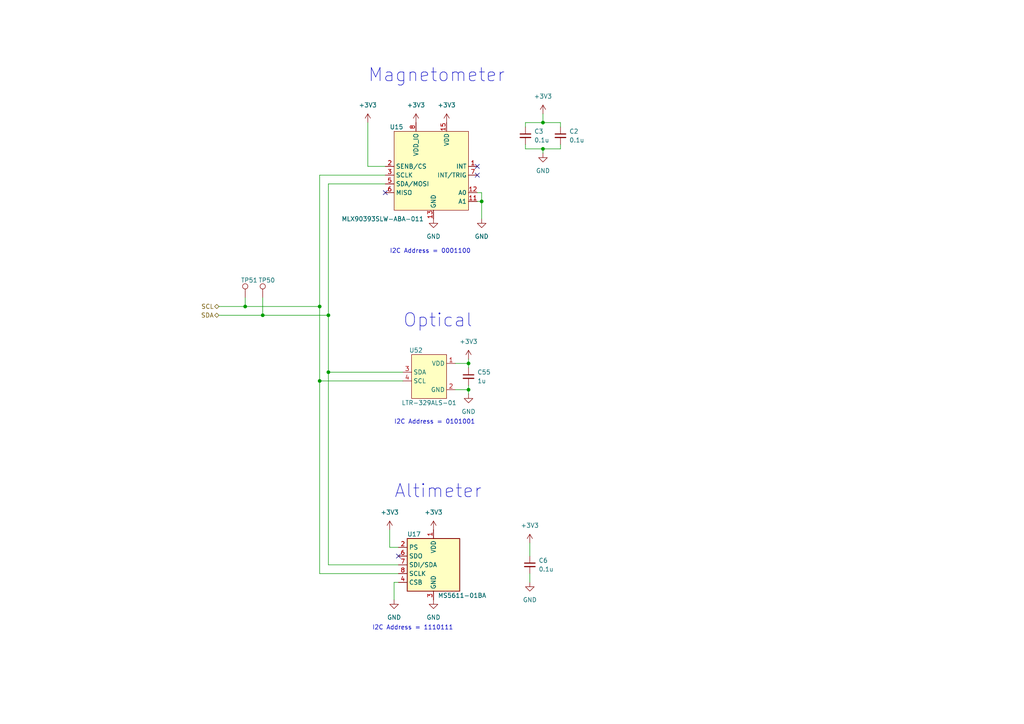
<source format=kicad_sch>
(kicad_sch (version 20230121) (generator eeschema)
  (paper "A4")
  (lib_symbols
    (symbol "0-ic-digital:MLX90393SLW"
      (property "Reference" "U" (at -10.16 12.7 0))
      (property "Value" "MLX90393SLW" (at 8.89 -12.7 0))
      (symbol "MLX90393SLW_0_0"
        (pin output line (at 13.97 1.27 180) (length 2.54) (name "INT") (number "1"))
        (pin input line (at 13.97 -8.89 180) (length 2.54) (name "A1") (number "11"))
        (pin input line (at 13.97 -6.35 180) (length 2.54) (name "A0") (number "12"))
        (pin passive line (at 1.27 -13.97 90) (length 2.54) (name "GND") (number "13"))
        (pin passive line (at 5.08 13.97 270) (length 2.54) (name "VDD") (number "15"))
        (pin input line (at -12.7 1.27 0) (length 2.54) (name "SENB/CS") (number "2"))
        (pin input line (at -12.7 -1.27 0) (length 2.54) (name "SCLK") (number "3"))
        (pin bidirectional line (at -12.7 -3.81 0) (length 2.54) (name "SDA/MOSI") (number "5"))
        (pin output line (at -12.7 -6.35 0) (length 2.54) (name "MISO") (number "6"))
        (pin bidirectional line (at 13.97 -1.27 180) (length 2.54) (name "INT/TRIG") (number "7"))
        (pin passive line (at -3.81 13.97 270) (length 2.54) (name "VDD_IO") (number "8"))
      )
      (symbol "MLX90393SLW_1_0"
        (pin passive line (at 1.27 -13.97 90) (length 2.54) hide (name "N/C") (number "10"))
        (pin passive line (at 1.27 -13.97 90) (length 2.54) hide (name "N/C") (number "14"))
        (pin passive line (at 1.27 -13.97 90) (length 2.54) hide (name "N/C") (number "16"))
        (pin passive line (at 1.27 -13.97 90) (length 2.54) hide (name "PAD") (number "17"))
        (pin passive line (at 1.27 -13.97 90) (length 2.54) hide (name "N/C") (number "4"))
        (pin passive line (at 1.27 -13.97 90) (length 2.54) hide (name "N/C") (number "9"))
      )
      (symbol "MLX90393SLW_1_1"
        (rectangle (start -10.16 11.43) (end 11.43 -11.43) (fill (type background)))
      )
    )
    (symbol "0-optoelectronics:LTR-329ALS-01"
      (property "Reference" "U" (at -3.81 7.62 0))
      (property "Value" "LTR-329ALS-01" (at 2.54 -7.62 0))
      (symbol "LTR-329ALS-01_0_0"
        (pin passive line (at 7.62 3.81 180) (length 2.54) (name "VDD") (number "1"))
        (pin passive line (at 7.62 -3.81 180) (length 2.54) (name "GND") (number "2"))
        (pin bidirectional line (at -7.62 1.27 0) (length 2.54) (name "SDA") (number "3"))
        (pin input line (at -7.62 -1.27 0) (length 2.54) (name "SCL") (number "4"))
      )
      (symbol "LTR-329ALS-01_1_1"
        (rectangle (start -5.08 6.35) (end 5.08 -6.35) (fill (type background)))
      )
    )
    (symbol "0-passives:C-ceramic" (pin_numbers hide) (pin_names (offset 0.254) hide)
      (property "Reference" "C" (at 0.254 1.778 0))
      (property "Value" "?u" (at 0.254 -2.032 0))
      (symbol "C-ceramic_0_1"
        (polyline (pts (xy -1.524 -0.508) (xy 1.524 -0.508)) (stroke (width 0.3302)))
        (polyline (pts (xy -1.524 0.508) (xy 1.524 0.508)) (stroke (width 0.3048)))
      )
      (symbol "C-ceramic_1_1"
        (pin passive line (at 0 2.54 270) (length 2.032) (name "~") (number "1"))
        (pin passive line (at 0 -2.54 90) (length 2.032) (name "~") (number "2"))
      )
    )
    (symbol "0-power:+3V3" (power) (pin_names (offset 0))
      (property "Value" "+3V3" (at 0 3.556 0))
      (symbol "+3V3_0_1"
        (polyline (pts (xy -0.762 1.27) (xy 0 2.54)))
        (polyline (pts (xy 0 0) (xy 0 2.54)))
        (polyline (pts (xy 0 2.54) (xy 0.762 1.27)))
      )
      (symbol "+3V3_1_1"
        (pin power_in line (at 0 0 90) (length 0) hide (name "+3V3") (number "1"))
      )
    )
    (symbol "0-power:GND" (power) (pin_names (offset 0))
      (property "Value" "GND" (at 0 -3.81 0))
      (symbol "GND_0_1"
        (polyline (pts (xy 0 0) (xy 0 -1.27) (xy 1.27 -1.27) (xy 0 -2.54) (xy -1.27 -1.27) (xy 0 -1.27)))
      )
      (symbol "GND_1_1"
        (pin power_in line (at 0 0 270) (length 0) hide (name "GND") (number "1"))
      )
    )
    (symbol "Connector:TestPoint" (pin_numbers hide) (pin_names (offset 0.762) hide)
      (property "Reference" "TP" (at 0 6.858 0))
      (property "Value" "TestPoint" (at 0 5.08 0))
      (symbol "TestPoint_0_1"
        (circle (center 0 3.302) (radius 0.762))
      )
      (symbol "TestPoint_1_1"
        (pin passive line (at 0 0 90) (length 2.54) (name "1") (number "1"))
      )
    )
    (symbol "Sensor_Pressure:MS5611-01BA"
      (property "Reference" "U" (at -6.35 8.89 0))
      (property "Value" "MS5611-01BA" (at 7.62 8.89 0))
      (symbol "MS5611-01BA_0_1"
        (rectangle (start -7.62 7.62) (end 7.62 -7.62) (stroke (width 0.254)) (fill (type background)))
      )
      (symbol "MS5611-01BA_1_1"
        (pin power_in line (at 0 10.16 270) (length 2.54) (name "VDD") (number "1"))
        (pin input line (at -10.16 5.08 0) (length 2.54) (name "PS") (number "2"))
        (pin power_in line (at 0 -10.16 90) (length 2.54) (name "GND") (number "3"))
        (pin input line (at -10.16 -5.08 0) (length 2.54) (name "CSB") (number "4"))
        (pin input line (at -10.16 -5.08 0) (length 2.54) hide (name "CSB") (number "5"))
        (pin output line (at -10.16 2.54 0) (length 2.54) (name "SDO") (number "6"))
        (pin bidirectional line (at -10.16 0 0) (length 2.54) (name "SDI/SDA") (number "7"))
        (pin input line (at -10.16 -2.54 0) (length 2.54) (name "SCLK") (number "8"))
      )
    )
  )
  (junction (at 135.89 105.41))
  (junction (at 157.48 35.56))
  (junction (at 76.2 91.44))
  (junction (at 92.71 88.9))
  (junction (at 95.25 107.95))
  (junction (at 135.89 113.03))
  (junction (at 139.7 58.42))
  (junction (at 71.12 88.9))
  (junction (at 92.71 110.49))
  (junction (at 157.48 43.18))
  (junction (at 95.25 91.44))
  (no_connect (at 138.43 48.26))
  (no_connect (at 115.57 161.29))
  (no_connect (at 111.76 55.88))
  (no_connect (at 138.43 50.8))
  (wire (pts (xy 63.5 88.9) (xy 71.12 88.9)))
  (wire (pts (xy 162.56 43.18) (xy 157.48 43.18)))
  (wire (pts (xy 92.71 50.8) (xy 111.76 50.8)))
  (wire (pts (xy 162.56 35.56) (xy 157.48 35.56)))
  (wire (pts (xy 76.2 91.44) (xy 63.5 91.44)))
  (wire (pts (xy 95.25 91.44) (xy 95.25 107.95)))
  (wire (pts (xy 106.68 48.26) (xy 106.68 35.56)))
  (wire (pts (xy 92.71 166.37) (xy 92.71 110.49)))
  (wire (pts (xy 115.57 158.75) (xy 113.03 158.75)))
  (wire (pts (xy 152.4 35.56) (xy 157.48 35.56)))
  (wire (pts (xy 115.57 166.37) (xy 92.71 166.37)))
  (wire (pts (xy 92.71 88.9) (xy 92.71 50.8)))
  (wire (pts (xy 92.71 110.49) (xy 116.84 110.49)))
  (wire (pts (xy 95.25 107.95) (xy 116.84 107.95)))
  (wire (pts (xy 132.08 113.03) (xy 135.89 113.03)))
  (wire (pts (xy 111.76 48.26) (xy 106.68 48.26)))
  (wire (pts (xy 135.89 111.76) (xy 135.89 113.03)))
  (wire (pts (xy 153.67 166.37) (xy 153.67 168.91)))
  (wire (pts (xy 71.12 86.36) (xy 71.12 88.9)))
  (wire (pts (xy 153.67 157.48) (xy 153.67 161.29)))
  (wire (pts (xy 114.3 168.91) (xy 115.57 168.91)))
  (wire (pts (xy 111.76 53.34) (xy 95.25 53.34)))
  (wire (pts (xy 152.4 43.18) (xy 157.48 43.18)))
  (wire (pts (xy 157.48 35.56) (xy 157.48 33.02)))
  (wire (pts (xy 76.2 86.36) (xy 76.2 91.44)))
  (wire (pts (xy 114.3 173.99) (xy 114.3 168.91)))
  (wire (pts (xy 139.7 58.42) (xy 139.7 63.5)))
  (wire (pts (xy 95.25 91.44) (xy 76.2 91.44)))
  (wire (pts (xy 138.43 55.88) (xy 139.7 55.88)))
  (wire (pts (xy 138.43 58.42) (xy 139.7 58.42)))
  (wire (pts (xy 139.7 55.88) (xy 139.7 58.42)))
  (wire (pts (xy 135.89 113.03) (xy 135.89 114.3)))
  (wire (pts (xy 132.08 105.41) (xy 135.89 105.41)))
  (wire (pts (xy 152.4 36.83) (xy 152.4 35.56)))
  (wire (pts (xy 162.56 41.91) (xy 162.56 43.18)))
  (wire (pts (xy 113.03 158.75) (xy 113.03 153.67)))
  (wire (pts (xy 135.89 105.41) (xy 135.89 106.68)))
  (wire (pts (xy 152.4 41.91) (xy 152.4 43.18)))
  (wire (pts (xy 157.48 43.18) (xy 157.48 44.45)))
  (wire (pts (xy 135.89 105.41) (xy 135.89 104.14)))
  (wire (pts (xy 71.12 88.9) (xy 92.71 88.9)))
  (wire (pts (xy 95.25 53.34) (xy 95.25 91.44)))
  (wire (pts (xy 115.57 163.83) (xy 95.25 163.83)))
  (wire (pts (xy 162.56 36.83) (xy 162.56 35.56)))
  (wire (pts (xy 92.71 110.49) (xy 92.71 88.9)))
  (wire (pts (xy 95.25 107.95) (xy 95.25 163.83)))
  (text "Altimeter" (at 114.3 144.78 0) (effects (font (size 3.81 3.81)) (justify left bottom)))
  (text "I2C Address = 0001100" (at 113.03 73.66 0) (effects (font (size 1.27 1.27)) (justify left bottom)))
  (text "I2C Address = 0101001" (at 114.3 123.19 0) (effects (font (size 1.27 1.27)) (justify left bottom)))
  (text "I2C Address = 1110111" (at 107.95 182.88 0) (effects (font (size 1.27 1.27)) (justify left bottom)))
  (text "Optical" (at 116.84 95.25 0) (effects (font (size 3.81 3.81)) (justify left bottom)))
  (text "Magnetometer" (at 106.68 24.13 0) (effects (font (size 3.81 3.81)) (justify left bottom)))
  (hierarchical_label "SDA" (shape bidirectional) (at 63.5 91.44 180))
  (hierarchical_label "SCL" (shape bidirectional) (at 63.5 88.9 180))
  (symbol (lib_id "0-power:GND") (at 153.67 168.91 0) (unit 1)
    (property "Reference" "#PWR072" (effects hide))
    (property "Value" "GND" (at 153.67 173.99 0))
  )
  (symbol (lib_id "Connector:TestPoint") (at 76.2 86.36 0) (unit 1)
    (property "Reference" "TP50" (at 74.93 81.28 0) (effects (justify left)))
    (property "Value" "TestPoint" (effects hide))
    (property "Footprint" "TestPoint:TestPoint_Pad_D2.0mm" (effects hide))
  )
  (symbol (lib_id "0-power:+3V3") (at 157.48 33.02 0) (unit 1)
    (property "Reference" "#PWR066" (effects hide))
    (property "Value" "+3V3" (at 157.48 27.94 0))
  )
  (symbol (lib_id "0-power:+3V3") (at 135.89 104.14 0) (unit 1)
    (property "Reference" "#PWR081" (effects hide))
    (property "Value" "+3V3" (at 135.89 99.06 0))
  )
  (symbol (lib_id "0-power:+3V3") (at 129.54 35.56 0) (unit 1)
    (property "Reference" "#PWR064" (effects hide))
    (property "Value" "+3V3" (at 129.54 30.48 0))
  )
  (symbol (lib_id "0-power:GND") (at 157.48 44.45 0) (unit 1)
    (property "Reference" "#PWR067" (effects hide))
    (property "Value" "GND" (at 157.48 49.53 0))
  )
  (symbol (lib_id "0-power:+3V3") (at 125.73 153.67 0) (unit 1)
    (property "Reference" "#PWR065" (effects hide))
    (property "Value" "+3V3" (at 125.73 148.59 0))
  )
  (symbol (lib_id "0-power:GND") (at 139.7 63.5 0) (unit 1)
    (property "Reference" "#PWR069" (effects hide))
    (property "Value" "GND" (at 139.7 68.58 0))
  )
  (symbol (lib_id "0-power:+3V3") (at 153.67 157.48 0) (unit 1)
    (property "Reference" "#PWR071" (effects hide))
    (property "Value" "+3V3" (at 153.67 152.4 0))
  )
  (symbol (lib_id "0-power:GND") (at 114.3 173.99 0) (unit 1)
    (property "Reference" "#PWR070" (effects hide))
    (property "Value" "GND" (at 114.3 179.07 0))
  )
  (symbol (lib_id "0-passives:C-ceramic") (at 162.56 39.37 0) (unit 1)
    (property "Reference" "C2" (at 165.1 38.1063 0) (effects (justify left)))
    (property "Value" "0.1u" (at 165.1 40.6463 0) (effects (justify left)))
    (property "Footprint" "Capacitor_SMD:C_0603_1608Metric" (effects hide))
  )
  (symbol (lib_id "0-passives:C-ceramic") (at 152.4 39.37 0) (unit 1)
    (property "Reference" "C3" (at 154.94 38.1063 0) (effects (justify left)))
    (property "Value" "0.1u" (at 154.94 40.6463 0) (effects (justify left)))
    (property "Footprint" "Capacitor_SMD:C_0603_1608Metric" (effects hide))
  )
  (symbol (lib_id "Sensor_Pressure:MS5611-01BA") (at 125.73 163.83 0) (unit 1)
    (property "Reference" "U17" (at 118.11 154.94 0) (effects (justify left)))
    (property "Value" "MS5611-01BA" (at 127 172.72 0) (effects (justify left)))
    (property "Footprint" "Package_LGA:LGA-8_3x5mm_P1.25mm" (effects hide))
    (property "Datasheet" "https://www.te.com/commerce/DocumentDelivery/DDEController?Action=srchrtrv&DocNm=MS5611-01BA03&DocType=Data+Sheet&DocLang=English" (effects hide))
    (instances (project "altimeter" (path "" (reference "U17") (unit 1)) (path "" (reference "U4") (unit 1))))
  )
  (symbol (lib_id "0-optoelectronics:LTR-329ALS-01") (at 124.46 109.22 0) (unit 1)
    (property "Reference" "U52" (at 120.65 101.6 0))
    (property "Value" "LTR-329ALS-01" (at 124.46 116.84 0))
    (property "Footprint" "0-footprints:LTR-329ALS-01" (effects hide))
    (property "Datasheet" "https://optoelectronics.liteon.com/upload/download/DS86-2014-0006/LTR-329ALS-01_DS_V1.pdf" (effects hide))
  )
  (symbol (lib_id "0-passives:C-ceramic") (at 135.89 109.22 0) (unit 1)
    (property "Reference" "C55" (at 138.43 107.9563 0) (effects (justify left)))
    (property "Value" "1u" (at 138.43 110.4963 0) (effects (justify left)))
    (property "Footprint" "Capacitor_SMD:C_0603_1608Metric" (effects hide))
  )
  (symbol (lib_id "0-power:GND") (at 135.89 114.3 0) (unit 1)
    (property "Reference" "#PWR080" (effects hide))
    (property "Value" "GND" (at 135.89 119.38 0))
  )
  (symbol (lib_id "Connector:TestPoint") (at 71.12 86.36 0) (unit 1)
    (property "Reference" "TP51" (at 69.85 81.28 0) (effects (justify left)))
    (property "Value" "TestPoint" (effects hide))
    (property "Footprint" "TestPoint:TestPoint_Pad_D2.0mm" (effects hide))
  )
  (symbol (lib_id "0-power:GND") (at 125.73 63.5 0) (unit 1)
    (property "Reference" "#PWR061" (effects hide))
    (property "Value" "GND" (at 125.73 68.58 0))
  )
  (symbol (lib_id "0-power:+3V3") (at 106.68 35.56 0) (unit 1)
    (property "Reference" "#PWR073" (effects hide))
    (property "Value" "+3V3" (at 106.68 30.48 0))
  )
  (symbol (lib_id "0-power:+3V3") (at 120.65 35.56 0) (unit 1)
    (property "Reference" "#PWR063" (effects hide))
    (property "Value" "+3V3" (at 120.65 30.48 0))
  )
  (symbol (lib_id "0-ic-digital:MLX90393SLW") (at 124.46 49.53 0) (unit 1)
    (property "Reference" "U15" (at 113.03 36.83 0) (effects (justify left)))
    (property "Value" "MLX90393SLW-ABA-011" (at 99.06 63.5 0) (effects (justify left)))
    (property "Footprint" "Package_DFN_QFN:QFN-16-1EP_3x3mm_P0.5mm_EP1.7x1.7mm" (effects hide))
    (property "Datasheet" "https://www.melexis.com/-/media/files/documents/datasheets/mlx90393-datasheet-melexis.pdf" (effects hide))
    (instances (project "altimeter" (path "" (reference "U15") (unit 1)) (path "" (reference "U2") (unit 1))))
  )
  (symbol (lib_id "0-power:+3V3") (at 113.03 153.67 0) (unit 1)
    (property "Reference" "#PWR068" (effects hide))
    (property "Value" "+3V3" (at 113.03 148.59 0))
  )
  (symbol (lib_id "0-passives:C-ceramic") (at 153.67 163.83 0) (unit 1)
    (property "Reference" "C6" (at 156.21 162.5663 0) (effects (justify left)))
    (property "Value" "0.1u" (at 156.21 165.1063 0) (effects (justify left)))
    (property "Footprint" "Capacitor_SMD:C_0603_1608Metric" (effects hide))
  )
  (symbol (lib_id "0-power:GND") (at 125.73 173.99 0) (unit 1)
    (property "Reference" "#PWR062" (effects hide))
    (property "Value" "GND" (at 125.73 179.07 0))
  )
)
</source>
